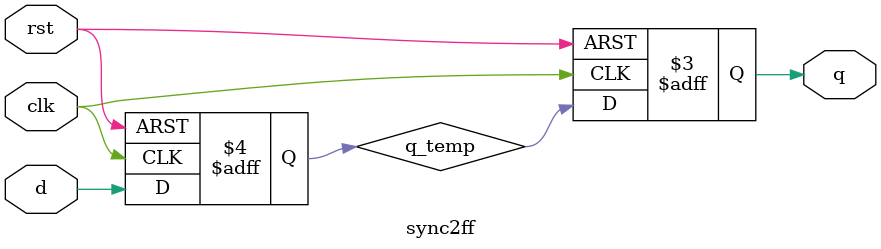
<source format=sv>

module sync2ff (
  input clk, rst, d,
  output logic q
);
  // 1st dff
  logic q_temp;  
  always_ff @(posedge clk or posedge rst) begin
    if (rst) q_temp <= 1'd0;
    else     q_temp <= d;
  end
  //2st dff
  always_ff @(posedge clk or posedge rst) begin
    if (rst) q <= 1'd0;
    else     q <= q_temp;
  end
endmodule
</source>
